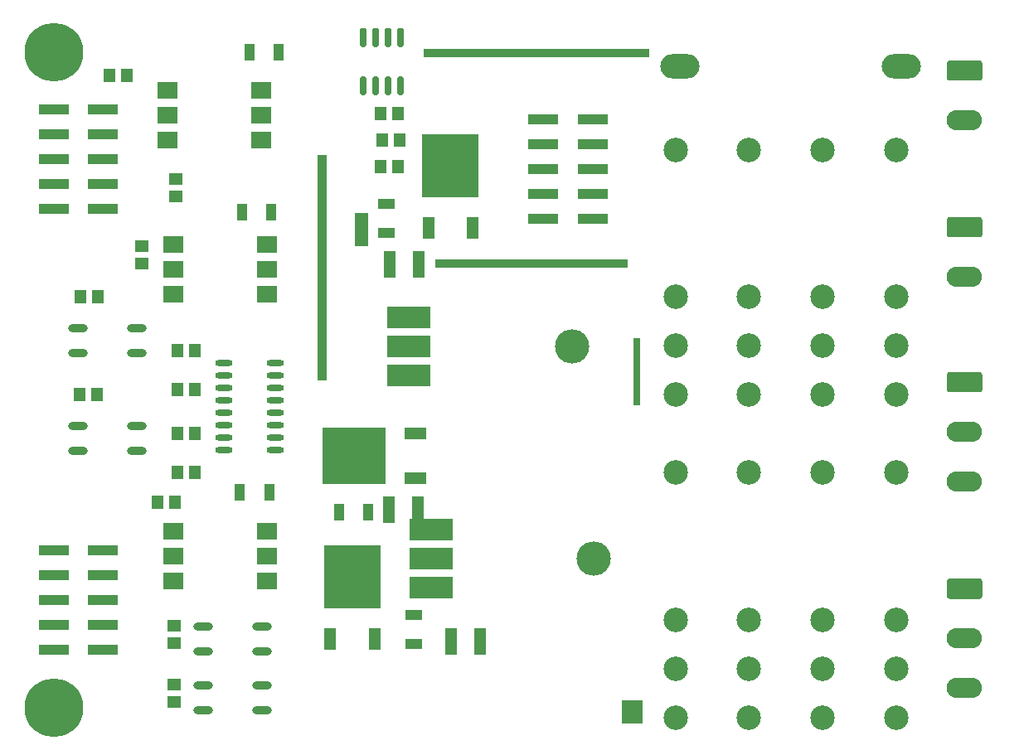
<source format=gbr>
%TF.GenerationSoftware,KiCad,Pcbnew,(5.1.10)-1*%
%TF.CreationDate,2022-06-02T12:59:50+08:00*%
%TF.ProjectId,motor_control,6d6f746f-725f-4636-9f6e-74726f6c2e6b,rev?*%
%TF.SameCoordinates,Original*%
%TF.FileFunction,Soldermask,Top*%
%TF.FilePolarity,Negative*%
%FSLAX46Y46*%
G04 Gerber Fmt 4.6, Leading zero omitted, Abs format (unit mm)*
G04 Created by KiCad (PCBNEW (5.1.10)-1) date 2022-06-02 12:59:50*
%MOMM*%
%LPD*%
G01*
G04 APERTURE LIST*
%ADD10C,0.100000*%
%ADD11R,1.800000X1.130000*%
%ADD12R,1.130000X1.800000*%
%ADD13R,1.160000X2.720000*%
%ADD14O,3.500000X3.500000*%
%ADD15R,4.400000X2.200000*%
%ADD16R,6.400000X5.800000*%
%ADD17R,2.200000X1.200000*%
%ADD18R,5.800000X6.400000*%
%ADD19R,1.200000X2.200000*%
%ADD20O,3.600000X2.080000*%
%ADD21O,1.800000X0.600000*%
%ADD22R,2.000000X1.780000*%
%ADD23O,2.000000X0.800000*%
%ADD24R,1.160000X1.470000*%
%ADD25R,1.470000X1.160000*%
%ADD26C,2.500000*%
%ADD27R,3.150000X1.000000*%
%ADD28C,0.800000*%
%ADD29C,6.000000*%
%ADD30O,4.000000X2.500000*%
G04 APERTURE END LIST*
D10*
G36*
X64000000Y2500000D02*
G01*
X62000000Y2500000D01*
X62000000Y4750000D01*
X64000000Y4750000D01*
X64000000Y2500000D01*
G37*
X64000000Y2500000D02*
X62000000Y2500000D01*
X62000000Y4750000D01*
X64000000Y4750000D01*
X64000000Y2500000D01*
G36*
X64750000Y70500000D02*
G01*
X41750000Y70500000D01*
X41750000Y71300000D01*
X64750000Y71300000D01*
X64750000Y70500000D01*
G37*
X64750000Y70500000D02*
X41750000Y70500000D01*
X41750000Y71300000D01*
X64750000Y71300000D01*
X64750000Y70500000D01*
G36*
X31750000Y37500000D02*
G01*
X30950001Y37500000D01*
X30950001Y60500000D01*
X31750000Y60500000D01*
X31750000Y37500000D01*
G37*
X31750000Y37500000D02*
X30950001Y37500000D01*
X30950001Y60500000D01*
X31750000Y60500000D01*
X31750000Y37500000D01*
G36*
X36000000Y51250000D02*
G01*
X34750000Y51250000D01*
X34750000Y54500000D01*
X36000000Y54500000D01*
X36000000Y51250000D01*
G37*
X36000000Y51250000D02*
X34750000Y51250000D01*
X34750000Y54500000D01*
X36000000Y54500000D01*
X36000000Y51250000D01*
G36*
X63800000Y35000000D02*
G01*
X63200000Y35000000D01*
X63200000Y41750000D01*
X63800000Y41750000D01*
X63800000Y35000000D01*
G37*
X63800000Y35000000D02*
X63200000Y35000000D01*
X63200000Y41750000D01*
X63800000Y41750000D01*
X63800000Y35000000D01*
G36*
X62500000Y49000000D02*
G01*
X43000000Y49000000D01*
X43000000Y49800000D01*
X62500000Y49800000D01*
X62500000Y49000000D01*
G37*
X62500000Y49000000D02*
X43000000Y49000000D01*
X43000000Y49800000D01*
X62500000Y49800000D01*
X62500000Y49000000D01*
D11*
%TO.C,R13*%
X40750000Y10510000D03*
X40750000Y13490000D03*
%TD*%
D12*
%TO.C,R9*%
X33160000Y24000000D03*
X36140000Y24000000D03*
%TD*%
D11*
%TO.C,R8*%
X38000000Y52500000D03*
X38000000Y55480000D03*
%TD*%
D13*
%TO.C,C6*%
X47500000Y10750000D03*
X44550000Y10750000D03*
%TD*%
%TO.C,C5*%
X41200000Y24250000D03*
X38250000Y24250000D03*
%TD*%
%TO.C,C4*%
X41225000Y49250000D03*
X38275000Y49250000D03*
%TD*%
D14*
%TO.C,Q2B1*%
X59160000Y19210000D03*
D15*
X42500000Y22150000D03*
X42500000Y19210000D03*
X42500000Y16270000D03*
%TD*%
D14*
%TO.C,Q1B1*%
X56910000Y40910000D03*
D15*
X40250000Y43850000D03*
X40250000Y40910000D03*
X40250000Y37970000D03*
%TD*%
D16*
%TO.C,Q2*%
X34650000Y29750000D03*
D17*
X40950000Y32030000D03*
X40950000Y27470000D03*
%TD*%
D18*
%TO.C,Q3*%
X34500000Y17350000D03*
D19*
X36780000Y11050000D03*
X32220000Y11050000D03*
%TD*%
D12*
%TO.C,R19*%
X26190000Y54650000D03*
X23210000Y54650000D03*
%TD*%
%TO.C,R18*%
X25990000Y26000000D03*
X23010000Y26000000D03*
%TD*%
%TO.C,R17*%
X26990000Y71000000D03*
X24010000Y71000000D03*
%TD*%
D18*
%TO.C,Q1*%
X44525000Y59325000D03*
D19*
X46805000Y53025000D03*
X42245000Y53025000D03*
%TD*%
D20*
%TO.C,J9*%
X97000000Y48000000D03*
G36*
G01*
X95449997Y54120000D02*
X98550003Y54120000D01*
G75*
G02*
X98800000Y53870003I0J-249997D01*
G01*
X98800000Y52289997D01*
G75*
G02*
X98550003Y52040000I-249997J0D01*
G01*
X95449997Y52040000D01*
G75*
G02*
X95200000Y52289997I0J249997D01*
G01*
X95200000Y53870003D01*
G75*
G02*
X95449997Y54120000I249997J0D01*
G01*
G37*
%TD*%
%TO.C,U9*%
G36*
G01*
X39255000Y68500000D02*
X39555000Y68500000D01*
G75*
G02*
X39705000Y68350000I0J-150000D01*
G01*
X39705000Y66700000D01*
G75*
G02*
X39555000Y66550000I-150000J0D01*
G01*
X39255000Y66550000D01*
G75*
G02*
X39105000Y66700000I0J150000D01*
G01*
X39105000Y68350000D01*
G75*
G02*
X39255000Y68500000I150000J0D01*
G01*
G37*
G36*
G01*
X37985000Y68500000D02*
X38285000Y68500000D01*
G75*
G02*
X38435000Y68350000I0J-150000D01*
G01*
X38435000Y66700000D01*
G75*
G02*
X38285000Y66550000I-150000J0D01*
G01*
X37985000Y66550000D01*
G75*
G02*
X37835000Y66700000I0J150000D01*
G01*
X37835000Y68350000D01*
G75*
G02*
X37985000Y68500000I150000J0D01*
G01*
G37*
G36*
G01*
X36715000Y68500000D02*
X37015000Y68500000D01*
G75*
G02*
X37165000Y68350000I0J-150000D01*
G01*
X37165000Y66700000D01*
G75*
G02*
X37015000Y66550000I-150000J0D01*
G01*
X36715000Y66550000D01*
G75*
G02*
X36565000Y66700000I0J150000D01*
G01*
X36565000Y68350000D01*
G75*
G02*
X36715000Y68500000I150000J0D01*
G01*
G37*
G36*
G01*
X35445000Y68500000D02*
X35745000Y68500000D01*
G75*
G02*
X35895000Y68350000I0J-150000D01*
G01*
X35895000Y66700000D01*
G75*
G02*
X35745000Y66550000I-150000J0D01*
G01*
X35445000Y66550000D01*
G75*
G02*
X35295000Y66700000I0J150000D01*
G01*
X35295000Y68350000D01*
G75*
G02*
X35445000Y68500000I150000J0D01*
G01*
G37*
G36*
G01*
X35445000Y73450000D02*
X35745000Y73450000D01*
G75*
G02*
X35895000Y73300000I0J-150000D01*
G01*
X35895000Y71650000D01*
G75*
G02*
X35745000Y71500000I-150000J0D01*
G01*
X35445000Y71500000D01*
G75*
G02*
X35295000Y71650000I0J150000D01*
G01*
X35295000Y73300000D01*
G75*
G02*
X35445000Y73450000I150000J0D01*
G01*
G37*
G36*
G01*
X36715000Y73450000D02*
X37015000Y73450000D01*
G75*
G02*
X37165000Y73300000I0J-150000D01*
G01*
X37165000Y71650000D01*
G75*
G02*
X37015000Y71500000I-150000J0D01*
G01*
X36715000Y71500000D01*
G75*
G02*
X36565000Y71650000I0J150000D01*
G01*
X36565000Y73300000D01*
G75*
G02*
X36715000Y73450000I150000J0D01*
G01*
G37*
G36*
G01*
X37985000Y73450000D02*
X38285000Y73450000D01*
G75*
G02*
X38435000Y73300000I0J-150000D01*
G01*
X38435000Y71650000D01*
G75*
G02*
X38285000Y71500000I-150000J0D01*
G01*
X37985000Y71500000D01*
G75*
G02*
X37835000Y71650000I0J150000D01*
G01*
X37835000Y73300000D01*
G75*
G02*
X37985000Y73450000I150000J0D01*
G01*
G37*
G36*
G01*
X39255000Y73450000D02*
X39555000Y73450000D01*
G75*
G02*
X39705000Y73300000I0J-150000D01*
G01*
X39705000Y71650000D01*
G75*
G02*
X39555000Y71500000I-150000J0D01*
G01*
X39255000Y71500000D01*
G75*
G02*
X39105000Y71650000I0J150000D01*
G01*
X39105000Y73300000D01*
G75*
G02*
X39255000Y73450000I150000J0D01*
G01*
G37*
%TD*%
D21*
%TO.C,U8*%
X26600000Y39195000D03*
X26600000Y37925000D03*
X26600000Y36655000D03*
X26600000Y35385000D03*
X26600000Y34115000D03*
X26600000Y32845000D03*
X26600000Y31575000D03*
X26600000Y30305000D03*
X21400000Y30305000D03*
X21400000Y31575000D03*
X21400000Y32845000D03*
X21400000Y34115000D03*
X21400000Y35385000D03*
X21400000Y36655000D03*
X21400000Y37925000D03*
X21400000Y39195000D03*
%TD*%
D22*
%TO.C,U7*%
X25165000Y67040000D03*
X15635000Y61960000D03*
X25165000Y64500000D03*
X15635000Y64500000D03*
X25165000Y61960000D03*
X15635000Y67040000D03*
%TD*%
D23*
%TO.C,U6*%
X25250000Y6270000D03*
X25250000Y3730000D03*
X19250000Y3730000D03*
X19250000Y6270000D03*
%TD*%
%TO.C,U5*%
X25250000Y12270000D03*
X25250000Y9730000D03*
X19250000Y9730000D03*
X19250000Y12270000D03*
%TD*%
D22*
%TO.C,U4*%
X25765000Y22040000D03*
X16235000Y16960000D03*
X25765000Y19500000D03*
X16235000Y19500000D03*
X25765000Y16960000D03*
X16235000Y22040000D03*
%TD*%
D23*
%TO.C,U3*%
X12500000Y32770000D03*
X12500000Y30230000D03*
X6500000Y30230000D03*
X6500000Y32770000D03*
%TD*%
%TO.C,U2*%
X12500000Y42770000D03*
X12500000Y40230000D03*
X6500000Y40230000D03*
X6500000Y42770000D03*
%TD*%
D22*
%TO.C,U1*%
X25765000Y51290000D03*
X16235000Y46210000D03*
X25765000Y48750000D03*
X16235000Y48750000D03*
X25765000Y46210000D03*
X16235000Y51290000D03*
%TD*%
D24*
%TO.C,R20*%
X39280000Y62000000D03*
X37500000Y62000000D03*
%TD*%
%TO.C,R14*%
X18390000Y28000000D03*
X16610000Y28000000D03*
%TD*%
%TO.C,R12*%
X18390000Y32000000D03*
X16610000Y32000000D03*
%TD*%
%TO.C,R11*%
X18390000Y36500000D03*
X16610000Y36500000D03*
%TD*%
%TO.C,R10*%
X18390000Y40500000D03*
X16610000Y40500000D03*
%TD*%
D25*
%TO.C,R7*%
X16500000Y58000000D03*
X16500000Y56220000D03*
%TD*%
%TO.C,R6*%
X16250000Y6390000D03*
X16250000Y4610000D03*
%TD*%
%TO.C,R5*%
X16250000Y12390000D03*
X16250000Y10610000D03*
%TD*%
D24*
%TO.C,R4*%
X16390000Y25000000D03*
X14610000Y25000000D03*
%TD*%
%TO.C,R3*%
X8390000Y36000000D03*
X6610000Y36000000D03*
%TD*%
%TO.C,R2*%
X8500000Y46000000D03*
X6720000Y46000000D03*
%TD*%
D25*
%TO.C,R1*%
X13000000Y49360000D03*
X13000000Y51140000D03*
%TD*%
D26*
%TO.C,K4*%
X90000000Y3000000D03*
X90000000Y8000000D03*
X90000000Y13000000D03*
X82500000Y3000000D03*
X82500000Y8000000D03*
X82500000Y13000000D03*
X90000000Y28000000D03*
X82500000Y28000000D03*
%TD*%
%TO.C,K3*%
X75000000Y3000000D03*
X75000000Y8000000D03*
X75000000Y13000000D03*
X67500000Y3000000D03*
X67500000Y8000000D03*
X67500000Y13000000D03*
X75000000Y28000000D03*
X67500000Y28000000D03*
%TD*%
%TO.C,K2*%
X90000000Y36000000D03*
X90000000Y41000000D03*
X90000000Y46000000D03*
X82500000Y36000000D03*
X82500000Y41000000D03*
X82500000Y46000000D03*
X90000000Y61000000D03*
X82500000Y61000000D03*
%TD*%
%TO.C,K1*%
X75000000Y36000000D03*
X75000000Y41000000D03*
X75000000Y46000000D03*
X67500000Y36000000D03*
X67500000Y41000000D03*
X67500000Y46000000D03*
X75000000Y61000000D03*
X67500000Y61000000D03*
%TD*%
D20*
%TO.C,J12*%
X97000000Y64000000D03*
G36*
G01*
X95449997Y70120000D02*
X98550003Y70120000D01*
G75*
G02*
X98800000Y69870003I0J-249997D01*
G01*
X98800000Y68289997D01*
G75*
G02*
X98550003Y68040000I-249997J0D01*
G01*
X95449997Y68040000D01*
G75*
G02*
X95200000Y68289997I0J249997D01*
G01*
X95200000Y69870003D01*
G75*
G02*
X95449997Y70120000I249997J0D01*
G01*
G37*
%TD*%
%TO.C,J11*%
X97000000Y6000000D03*
X97000000Y11080000D03*
G36*
G01*
X95449997Y17200000D02*
X98550003Y17200000D01*
G75*
G02*
X98800000Y16950003I0J-249997D01*
G01*
X98800000Y15369997D01*
G75*
G02*
X98550003Y15120000I-249997J0D01*
G01*
X95449997Y15120000D01*
G75*
G02*
X95200000Y15369997I0J249997D01*
G01*
X95200000Y16950003D01*
G75*
G02*
X95449997Y17200000I249997J0D01*
G01*
G37*
%TD*%
%TO.C,J8*%
X97000000Y27090000D03*
X97000000Y32170000D03*
G36*
G01*
X95449997Y38290000D02*
X98550003Y38290000D01*
G75*
G02*
X98800000Y38040003I0J-249997D01*
G01*
X98800000Y36459997D01*
G75*
G02*
X98550003Y36210000I-249997J0D01*
G01*
X95449997Y36210000D01*
G75*
G02*
X95200000Y36459997I0J249997D01*
G01*
X95200000Y38040003D01*
G75*
G02*
X95449997Y38290000I249997J0D01*
G01*
G37*
%TD*%
D27*
%TO.C,J7*%
X9025000Y54920000D03*
X3975000Y54920000D03*
X9025000Y57460000D03*
X3975000Y57460000D03*
X9025000Y60000000D03*
X3975000Y60000000D03*
X9025000Y62540000D03*
X3975000Y62540000D03*
X9025000Y65080000D03*
X3975000Y65080000D03*
%TD*%
%TO.C,J6*%
X9025000Y9920000D03*
X3975000Y9920000D03*
X9025000Y12460000D03*
X3975000Y12460000D03*
X9025000Y15000000D03*
X3975000Y15000000D03*
X9025000Y17540000D03*
X3975000Y17540000D03*
X9025000Y20080000D03*
X3975000Y20080000D03*
%TD*%
%TO.C,J5*%
X59025000Y53920000D03*
X53975000Y53920000D03*
X59025000Y56460000D03*
X53975000Y56460000D03*
X59025000Y59000000D03*
X53975000Y59000000D03*
X59025000Y61540000D03*
X53975000Y61540000D03*
X59025000Y64080000D03*
X53975000Y64080000D03*
%TD*%
D28*
%TO.C,J2*%
X6056810Y5187500D03*
X6056810Y2812500D03*
X4000000Y1625000D03*
X1943190Y2812500D03*
X1943190Y5187500D03*
X4000000Y6375000D03*
D29*
X4000000Y4000000D03*
%TD*%
D28*
%TO.C,J1*%
X6056810Y72187500D03*
X6056810Y69812500D03*
X4000000Y68625000D03*
X1943190Y69812500D03*
X1943190Y72187500D03*
X4000000Y73375000D03*
D29*
X4000000Y71000000D03*
%TD*%
D30*
%TO.C,F1*%
X67900000Y69500000D03*
X90500000Y69500000D03*
%TD*%
D24*
%TO.C,C3*%
X11490000Y68600000D03*
X9710000Y68600000D03*
%TD*%
%TO.C,C2*%
X39190000Y64700000D03*
X37410000Y64700000D03*
%TD*%
%TO.C,C1*%
X39190000Y59300000D03*
X37410000Y59300000D03*
%TD*%
M02*

</source>
